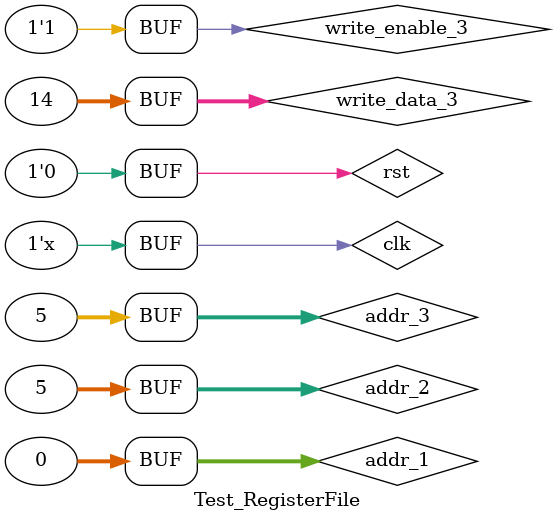
<source format=sv>
`timescale 1ns / 1ps

module Test_RegisterFile();
    logic clk, rst;
    logic[31:0] addr_1, addr_2, addr_3;
    logic write_enable_3;
    logic[31:0] write_data_3;
    
    logic[31:0] read_data_1, read_data_2;
    
    RegisterFile register_file(
        clk,
        rst,
        addr_1,
        addr_2,
        addr_3,
        write_enable_3,
        write_data_3,
        read_data_1,
        read_data_2
        );
    
    always #1 clk = ~clk;
    
    initial begin
        clk = 0;
        rst = 1;
        addr_1 = 0;
        addr_2 = 'd5;
        addr_3 = 0;
        write_enable_3 = 0;
        write_data_3 = 0;
        #5
        rst = 0;
        #5
        addr_3 = 'd5;
        write_data_3 = 'd14;
        write_enable_3 = 1;
    end
endmodule

</source>
